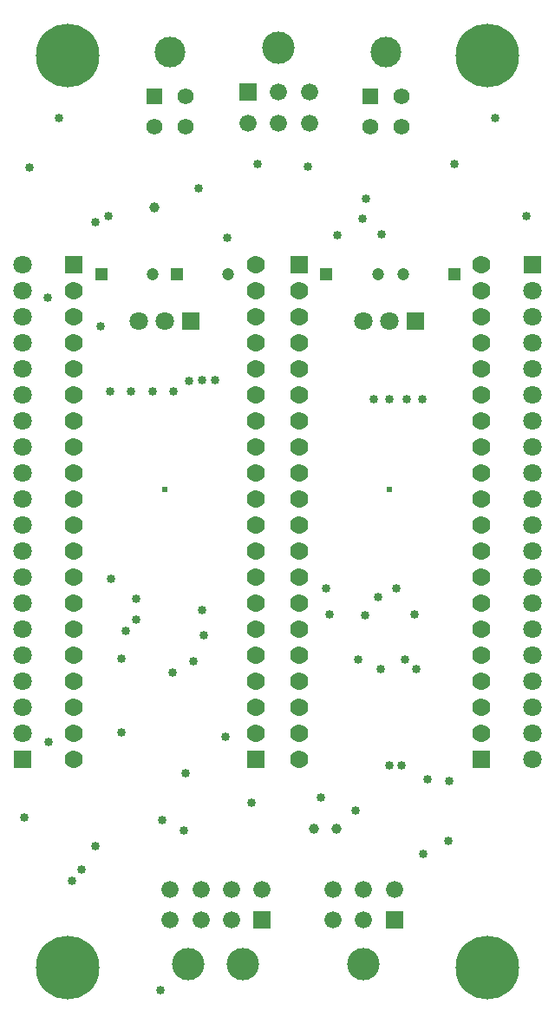
<source format=gbs>
G04*
G04 #@! TF.GenerationSoftware,Altium Limited,Altium Designer,23.0.1 (38)*
G04*
G04 Layer_Color=16711935*
%FSLAX44Y44*%
%MOMM*%
G71*
G04*
G04 #@! TF.SameCoordinates,BC9D6512-4978-4A19-9F96-E8A3AF7CD3FB*
G04*
G04*
G04 #@! TF.FilePolarity,Negative*
G04*
G01*
G75*
%ADD46C,1.6724*%
%ADD47R,1.6724X1.6724*%
%ADD48C,3.1524*%
%ADD50C,3.0000*%
%ADD51R,1.5700X1.5700*%
%ADD52C,1.5700*%
%ADD53C,1.8032*%
%ADD54R,1.8032X1.8032*%
%ADD55C,1.7632*%
%ADD56R,1.2000X1.2000*%
%ADD57C,1.2000*%
%ADD58R,1.7632X1.7632*%
%ADD59R,1.8032X1.8032*%
%ADD60C,1.8032*%
%ADD61C,6.2032*%
%ADD62C,0.8532*%
%ADD63C,1.0032*%
%ADD78R,0.5080X0.5080*%
D46*
X160190Y131600D02*
D03*
X190190D02*
D03*
X220190D02*
D03*
X250190D02*
D03*
X160190Y101600D02*
D03*
X190190D02*
D03*
X220190D02*
D03*
X349222D02*
D03*
X319222D02*
D03*
X379222Y131600D02*
D03*
X349222D02*
D03*
X319222D02*
D03*
X296220Y879320D02*
D03*
X266220D02*
D03*
X236220D02*
D03*
X296220Y909320D02*
D03*
X266220D02*
D03*
D47*
X250190Y101600D02*
D03*
X379222D02*
D03*
X236220Y909320D02*
D03*
D48*
X231140Y58420D02*
D03*
X177800D02*
D03*
X349222Y58600D02*
D03*
X266220Y952320D02*
D03*
D50*
X160020Y948430D02*
D03*
X370840D02*
D03*
D51*
X145020Y905230D02*
D03*
X355840D02*
D03*
D52*
X175020D02*
D03*
X145020Y875230D02*
D03*
X175020D02*
D03*
X385840D02*
D03*
X355840D02*
D03*
X385840Y905230D02*
D03*
D53*
X514000Y258700D02*
D03*
Y284100D02*
D03*
Y309500D02*
D03*
Y334900D02*
D03*
Y360300D02*
D03*
Y411100D02*
D03*
Y436500D02*
D03*
Y538100D02*
D03*
Y614300D02*
D03*
Y665100D02*
D03*
Y715900D02*
D03*
Y690500D02*
D03*
Y639700D02*
D03*
Y588900D02*
D03*
Y563500D02*
D03*
Y512700D02*
D03*
Y487300D02*
D03*
Y461900D02*
D03*
Y385700D02*
D03*
X16000Y614300D02*
D03*
Y538100D02*
D03*
Y512700D02*
D03*
Y487300D02*
D03*
Y436500D02*
D03*
Y411100D02*
D03*
Y360300D02*
D03*
Y309500D02*
D03*
Y284100D02*
D03*
Y334900D02*
D03*
Y385700D02*
D03*
Y461900D02*
D03*
Y563500D02*
D03*
Y588900D02*
D03*
Y639700D02*
D03*
Y665100D02*
D03*
Y690500D02*
D03*
Y715900D02*
D03*
Y741300D02*
D03*
D54*
X514000D02*
D03*
X16000Y258700D02*
D03*
D55*
X244000Y411100D02*
D03*
Y538100D02*
D03*
Y512700D02*
D03*
X464000Y741300D02*
D03*
Y715900D02*
D03*
Y690500D02*
D03*
Y665100D02*
D03*
Y639700D02*
D03*
Y614300D02*
D03*
Y588900D02*
D03*
Y563500D02*
D03*
Y538100D02*
D03*
Y512700D02*
D03*
Y487300D02*
D03*
Y461900D02*
D03*
Y436500D02*
D03*
Y411100D02*
D03*
Y385700D02*
D03*
Y360300D02*
D03*
Y334900D02*
D03*
Y309500D02*
D03*
Y284100D02*
D03*
X286000Y258700D02*
D03*
Y284100D02*
D03*
Y309500D02*
D03*
Y334900D02*
D03*
Y360300D02*
D03*
Y385700D02*
D03*
Y411100D02*
D03*
Y436500D02*
D03*
Y461900D02*
D03*
Y487300D02*
D03*
Y512700D02*
D03*
Y538100D02*
D03*
Y563500D02*
D03*
Y588900D02*
D03*
Y614300D02*
D03*
Y639700D02*
D03*
Y665100D02*
D03*
Y690500D02*
D03*
Y715900D02*
D03*
X244000Y741300D02*
D03*
Y715900D02*
D03*
Y690500D02*
D03*
Y665100D02*
D03*
Y639700D02*
D03*
Y614300D02*
D03*
Y588900D02*
D03*
Y563500D02*
D03*
Y487300D02*
D03*
Y461900D02*
D03*
Y436500D02*
D03*
Y385700D02*
D03*
Y360300D02*
D03*
Y334900D02*
D03*
Y309500D02*
D03*
Y284100D02*
D03*
X66000Y258700D02*
D03*
Y284100D02*
D03*
Y309500D02*
D03*
Y334900D02*
D03*
Y360300D02*
D03*
Y385700D02*
D03*
Y411100D02*
D03*
Y436500D02*
D03*
Y461900D02*
D03*
Y487300D02*
D03*
Y512700D02*
D03*
Y538100D02*
D03*
Y563500D02*
D03*
Y588900D02*
D03*
Y614300D02*
D03*
Y639700D02*
D03*
Y665100D02*
D03*
Y690500D02*
D03*
Y715900D02*
D03*
D56*
X166770Y731520D02*
D03*
X437750D02*
D03*
X312820D02*
D03*
X93110D02*
D03*
D57*
X216770D02*
D03*
X387750D02*
D03*
X362820D02*
D03*
X143110D02*
D03*
D58*
X464000Y258700D02*
D03*
X286000Y741300D02*
D03*
X244000Y258700D02*
D03*
X66000Y741300D02*
D03*
D59*
X180340Y685800D02*
D03*
X400050D02*
D03*
D60*
X154940D02*
D03*
X129540D02*
D03*
X374650D02*
D03*
X349250D02*
D03*
D61*
X470000Y945000D02*
D03*
X60000D02*
D03*
X470000Y55000D02*
D03*
X60000D02*
D03*
D62*
X100330Y788670D02*
D03*
X175260Y245110D02*
D03*
X214630Y280670D02*
D03*
X406400Y609600D02*
D03*
X391440Y609672D02*
D03*
X374650Y609600D02*
D03*
X163830Y617220D02*
D03*
X101600D02*
D03*
X121920D02*
D03*
X143510D02*
D03*
X312420Y425450D02*
D03*
X365760Y346710D02*
D03*
X240030Y215900D02*
D03*
X17780Y201930D02*
D03*
X41910Y275590D02*
D03*
X102870Y434340D02*
D03*
X40640Y708660D02*
D03*
X92710Y680720D02*
D03*
X477520Y883920D02*
D03*
X359410Y609600D02*
D03*
X307340Y220980D02*
D03*
X381000Y425450D02*
D03*
X113030Y284480D02*
D03*
X407670Y166370D02*
D03*
X386080Y252730D02*
D03*
X411480Y238760D02*
D03*
X431800Y178950D02*
D03*
X433070Y237490D02*
D03*
X389890Y355600D02*
D03*
X400891Y346710D02*
D03*
X374650Y252080D02*
D03*
X508000Y788670D02*
D03*
X438150Y839470D02*
D03*
X22860Y835660D02*
D03*
X294630Y836835D02*
D03*
X347980Y786130D02*
D03*
X316230Y400050D02*
D03*
X344170Y355600D02*
D03*
X245630Y839470D02*
D03*
X179070Y627380D02*
D03*
X204470Y628650D02*
D03*
X87630Y782320D02*
D03*
X162560Y342900D02*
D03*
X215900Y767080D02*
D03*
X187960Y815340D02*
D03*
X323850Y769620D02*
D03*
X367030Y770890D02*
D03*
X351790Y805180D02*
D03*
X191770Y403860D02*
D03*
Y628650D02*
D03*
X52070Y883920D02*
D03*
X127000Y415290D02*
D03*
X126880Y395130D02*
D03*
X116840Y383540D02*
D03*
X193040Y379730D02*
D03*
X182880Y354330D02*
D03*
X363220Y416560D02*
D03*
X398780Y400050D02*
D03*
X350520Y398780D02*
D03*
X341630Y208280D02*
D03*
X113030Y356870D02*
D03*
X173990Y189230D02*
D03*
X152400Y199390D02*
D03*
X73660Y151130D02*
D03*
X64770Y139700D02*
D03*
X87630Y173990D02*
D03*
X151130Y33020D02*
D03*
D63*
X322580Y190500D02*
D03*
X144780Y797116D02*
D03*
X300990Y190500D02*
D03*
D78*
X154940Y521970D02*
D03*
X374650D02*
D03*
M02*

</source>
